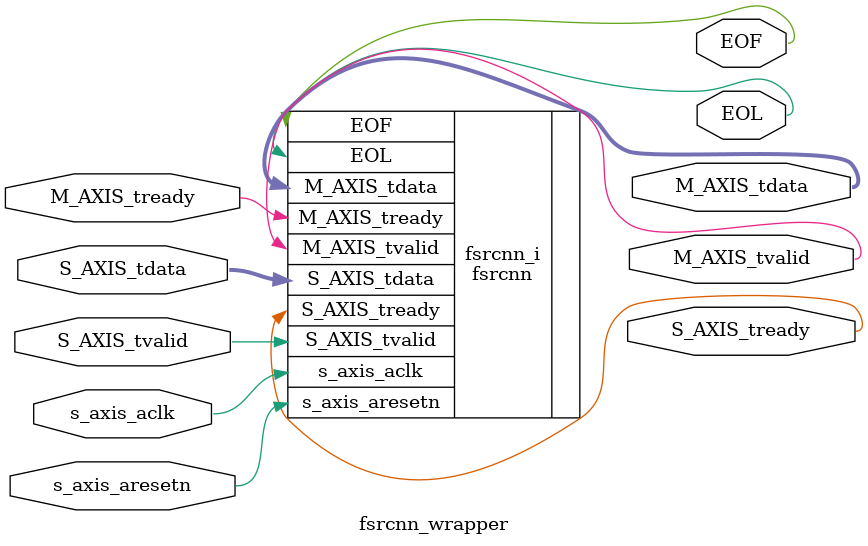
<source format=v>
`timescale 1 ps / 1 ps

module fsrcnn_wrapper
   (EOF,
    EOL,
    M_AXIS_tdata,
    M_AXIS_tready,
    M_AXIS_tvalid,
    S_AXIS_tdata,
    S_AXIS_tready,
    S_AXIS_tvalid,
    s_axis_aclk,
    s_axis_aresetn);
  output EOF;
  output EOL;
  output [7:0]M_AXIS_tdata;
  input M_AXIS_tready;
  output M_AXIS_tvalid;
  input [31:0]S_AXIS_tdata;
  output S_AXIS_tready;
  input S_AXIS_tvalid;
  input s_axis_aclk;
  input s_axis_aresetn;

  wire EOF;
  wire EOL;
  wire [7:0]M_AXIS_tdata;
  wire M_AXIS_tready;
  wire M_AXIS_tvalid;
  wire [31:0]S_AXIS_tdata;
  wire S_AXIS_tready;
  wire S_AXIS_tvalid;
  wire s_axis_aclk;
  wire s_axis_aresetn;

  fsrcnn fsrcnn_i
       (.EOF(EOF),
        .EOL(EOL),
        .M_AXIS_tdata(M_AXIS_tdata),
        .M_AXIS_tready(M_AXIS_tready),
        .M_AXIS_tvalid(M_AXIS_tvalid),
        .S_AXIS_tdata(S_AXIS_tdata),
        .S_AXIS_tready(S_AXIS_tready),
        .S_AXIS_tvalid(S_AXIS_tvalid),
        .s_axis_aclk(s_axis_aclk),
        .s_axis_aresetn(s_axis_aresetn));
endmodule

</source>
